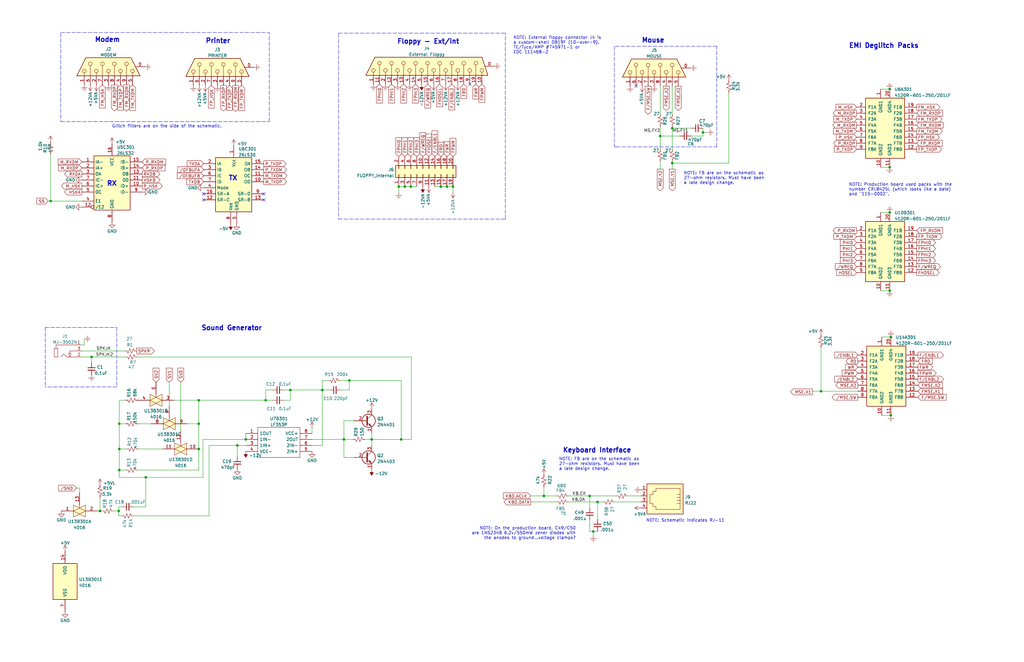
<source format=kicad_sch>
(kicad_sch (version 20211123) (generator eeschema)
  (paper "B")
  (title_block (title "Schematic, Main Logic Board, 128k") (date "2023-01-28") (rev "Redraw 001") (company "Apple Computer") (comment 1 "050-0073-C") (comment 2 "Release"))
  (junction (at 188.468 78.74))
  (junction (at 283.464 68.834))
  (junction (at 375.158 37.592))
  (junction (at 346.202 165.1))
  (junction (at 250.19 224.282))
  (junction (at 145.034 185.42))
  (junction (at 251.968 211.836))
  (junction (at 147.32 160.528))
  (junction (at 50.292 178.816))
  (junction (at 83.82 189.484))
  (junction (at 21.336 84.836))
  (junction (at 103.632 185.42))
  (junction (at 50.038 215.646))
  (junction (at 50.292 189.484))
  (junction (at 375.666 142.24))
  (junction (at 185.928 78.74))
  (junction (at 229.362 209.296))
  (junction (at 375.158 89.662))
  (junction (at 278.384 57.404))
  (junction (at 156.718 185.42))
  (junction (at 83.82 178.816))
  (junction (at 375.158 122.682))
  (junction (at 170.688 78.74))
  (junction (at 375.158 70.612))
  (junction (at 248.666 209.296))
  (junction (at 100.076 187.96))
  (junction (at 375.666 175.26))
  (junction (at 112.014 168.91))
  (junction (at 61.468 201.422))
  (junction (at 38.608 150.622))
  (junction (at 169.164 185.42))
  (junction (at 191.008 78.74))
  (junction (at 122.428 164.592))
  (junction (at 173.228 78.74))
  (junction (at 296.418 55.88))
  (junction (at 42.164 215.646))
  (junction (at 283.464 54.102))
  (junction (at 135.89 164.592))
  (junction (at 50.292 198.374))
  (junction (at 83.82 168.91))
  (junction (at 168.148 78.74))
  (no_connect (at 111.252 84.328))
  (no_connect (at 198.12 35.56))
  (no_connect (at 85.852 84.328))
  (no_connect (at 111.252 81.788))
  (no_connect (at 268.224 36.322))
  (no_connect (at 85.852 81.788))
  (wire (pts (xy 58.166 198.374) (xy 83.82 198.374)))
  (wire (pts (xy 173.482 185.42) (xy 169.164 185.42)))
  (wire (pts (xy 78.994 178.816) (xy 83.82 178.816)))
  (wire (pts (xy 50.292 189.484) (xy 50.292 198.374)))
  (wire (pts (xy 156.718 185.42) (xy 153.924 185.42)))
  (wire (pts (xy 83.82 168.91) (xy 83.82 178.816)))
  (wire (pts (xy 169.164 160.528) (xy 169.164 185.42)))
  (wire (pts (xy 149.098 177.546) (xy 145.034 177.546)))
  (wire (pts (xy 342.646 165.1) (xy 346.202 165.1)))
  (wire (pts (xy 147.32 164.592) (xy 147.32 160.528)))
  (wire (pts (xy 50.038 213.868) (xy 50.038 215.646)))
  (wire (pts (xy 50.292 178.816) (xy 50.292 189.484)))
  (polyline (pts (xy 142.748 92.456) (xy 213.106 92.456)))
  (wire (pts (xy 57.912 150.622) (xy 173.482 150.622)))
  (polyline (pts (xy 113.538 51.308) (xy 113.538 13.716)))
  (wire (pts (xy 371.348 70.612) (xy 375.158 70.612)))
  (wire (pts (xy 73.406 168.91) (xy 83.82 168.91)))
  (wire (pts (xy 83.82 189.484) (xy 83.82 198.374)))
  (wire (pts (xy 296.418 57.404) (xy 296.418 55.88)))
  (wire (pts (xy 21.336 84.836) (xy 34.544 84.836)))
  (wire (pts (xy 346.202 146.558) (xy 346.202 165.1)))
  (wire (pts (xy 223.774 209.296) (xy 229.362 209.296)))
  (wire (pts (xy 88.138 217.678) (xy 88.138 187.96)))
  (wire (pts (xy 346.202 165.1) (xy 361.696 165.1)))
  (wire (pts (xy 135.89 160.528) (xy 135.89 164.592)))
  (wire (pts (xy 32.258 205.994) (xy 33.528 205.994)))
  (wire (pts (xy 156.718 185.42) (xy 169.164 185.42)))
  (wire (pts (xy 283.464 36.322) (xy 283.464 48.26)))
  (wire (pts (xy 48.006 215.646) (xy 50.038 215.646)))
  (wire (pts (xy 51.308 213.868) (xy 50.038 213.868)))
  (polyline (pts (xy 25.654 13.716) (xy 113.538 13.716)))
  (wire (pts (xy 168.148 78.74) (xy 170.688 78.74)))
  (wire (pts (xy 50.292 201.422) (xy 61.468 201.422)))
  (wire (pts (xy 371.348 122.682) (xy 375.158 122.682)))
  (wire (pts (xy 296.418 55.88) (xy 296.418 54.102)))
  (wire (pts (xy 138.43 160.528) (xy 135.89 160.528)))
  (wire (pts (xy 85.598 185.42) (xy 85.598 201.422)))
  (wire (pts (xy 147.32 160.528) (xy 169.164 160.528)))
  (wire (pts (xy 53.086 168.91) (xy 50.292 168.91)))
  (wire (pts (xy 58.42 189.484) (xy 68.58 189.484)))
  (wire (pts (xy 103.632 185.42) (xy 85.598 185.42)))
  (wire (pts (xy 248.666 219.456) (xy 248.666 224.282)))
  (wire (pts (xy 88.138 187.96) (xy 100.076 187.96)))
  (polyline (pts (xy 49.276 163.322) (xy 19.05 163.322)))
  (wire (pts (xy 114.808 164.592) (xy 112.014 164.592)))
  (wire (pts (xy 170.688 78.74) (xy 173.228 78.74)))
  (wire (pts (xy 50.292 178.816) (xy 53.086 178.816)))
  (polyline (pts (xy 259.08 61.976) (xy 259.842 61.976)))
  (wire (pts (xy 85.598 201.422) (xy 61.468 201.422)))
  (wire (pts (xy 298.196 55.88) (xy 296.418 55.88)))
  (wire (pts (xy 50.292 168.91) (xy 50.292 178.816)))
  (polyline (pts (xy 142.748 13.97) (xy 213.106 13.97)))
  (wire (pts (xy 38.608 150.622) (xy 52.832 150.622)))
  (wire (pts (xy 131.572 180.594) (xy 131.572 182.88)))
  (wire (pts (xy 248.666 209.296) (xy 259.842 209.296)))
  (wire (pts (xy 135.89 187.96) (xy 131.572 187.96)))
  (wire (pts (xy 35.56 145.542) (xy 35.56 143.002)))
  (wire (pts (xy 259.334 211.836) (xy 270.256 211.836)))
  (wire (pts (xy 122.428 164.592) (xy 135.89 164.592)))
  (wire (pts (xy 239.776 211.836) (xy 251.968 211.836)))
  (wire (pts (xy 188.468 78.74) (xy 191.008 78.74)))
  (wire (pts (xy 50.038 215.646) (xy 50.038 217.678)))
  (wire (pts (xy 283.464 68.834) (xy 283.464 71.374)))
  (wire (pts (xy 119.888 168.91) (xy 122.428 168.91)))
  (wire (pts (xy 20.32 84.836) (xy 21.336 84.836)))
  (wire (pts (xy 307.34 39.116) (xy 307.34 68.834)))
  (wire (pts (xy 283.464 68.834) (xy 307.34 68.834)))
  (wire (pts (xy 278.384 68.072) (xy 278.384 71.374)))
  (polyline (pts (xy 302.26 19.558) (xy 259.08 19.558)))
  (wire (pts (xy 342.646 165.1) (xy 342.646 165.354)))
  (wire (pts (xy 283.464 68.072) (xy 283.464 68.834)))
  (polyline (pts (xy 259.842 61.976) (xy 302.26 61.976)))
  (wire (pts (xy 168.148 78.74) (xy 168.148 81.28)))
  (wire (pts (xy 122.428 168.91) (xy 122.428 164.592)))
  (wire (pts (xy 42.164 209.804) (xy 42.164 215.646)))
  (wire (pts (xy 250.19 226.06) (xy 250.19 224.282)))
  (wire (pts (xy 143.51 160.528) (xy 147.32 160.528)))
  (wire (pts (xy 41.148 215.646) (xy 42.164 215.646)))
  (wire (pts (xy 248.666 209.296) (xy 248.666 214.376)))
  (wire (pts (xy 42.164 215.646) (xy 42.926 215.646)))
  (wire (pts (xy 61.468 213.868) (xy 56.388 213.868)))
  (wire (pts (xy 34.544 145.542) (xy 35.56 145.542)))
  (polyline (pts (xy 213.106 92.456) (xy 213.106 13.97)))
  (wire (pts (xy 83.82 178.816) (xy 83.82 189.484)))
  (wire (pts (xy 278.384 57.404) (xy 278.384 62.992)))
  (wire (pts (xy 229.362 205.486) (xy 229.362 209.296)))
  (polyline (pts (xy 25.654 13.97) (xy 25.654 51.308)))
  (wire (pts (xy 149.098 193.04) (xy 145.034 193.04)))
  (wire (pts (xy 291.592 57.404) (xy 296.418 57.404)))
  (wire (pts (xy 371.856 142.24) (xy 375.666 142.24)))
  (wire (pts (xy 278.384 53.34) (xy 278.384 57.404)))
  (wire (pts (xy 223.774 211.836) (xy 234.696 211.836)))
  (wire (pts (xy 135.89 164.592) (xy 135.89 187.96)))
  (wire (pts (xy 50.038 217.678) (xy 51.308 217.678)))
  (wire (pts (xy 283.464 54.102) (xy 291.338 54.102)))
  (wire (pts (xy 34.544 148.082) (xy 52.578 148.082)))
  (wire (pts (xy 371.348 37.592) (xy 375.158 37.592)))
  (wire (pts (xy 34.544 150.622) (xy 38.608 150.622)))
  (wire (pts (xy 131.572 185.42) (xy 145.034 185.42)))
  (polyline (pts (xy 49.276 138.176) (xy 49.276 163.322)))
  (wire (pts (xy 112.014 168.91) (xy 114.808 168.91)))
  (wire (pts (xy 283.464 53.34) (xy 283.464 54.102)))
  (wire (pts (xy 112.014 164.592) (xy 112.014 168.91)))
  (wire (pts (xy 156.718 185.42) (xy 156.718 187.96)))
  (wire (pts (xy 239.776 209.296) (xy 248.666 209.296)))
  (polyline (pts (xy 25.654 51.308) (xy 113.538 51.308)))
  (wire (pts (xy 21.336 65.024) (xy 21.336 84.836)))
  (wire (pts (xy 103.632 182.88) (xy 103.632 185.42)))
  (wire (pts (xy 286.512 57.404) (xy 278.384 57.404)))
  (wire (pts (xy 156.718 182.626) (xy 156.718 185.42)))
  (wire (pts (xy 100.076 192.786) (xy 100.076 187.96)))
  (wire (pts (xy 173.482 150.622) (xy 173.482 185.42)))
  (wire (pts (xy 183.388 78.74) (xy 185.928 78.74)))
  (polyline (pts (xy 142.748 14.224) (xy 142.748 92.456)))
  (wire (pts (xy 100.076 187.96) (xy 103.632 187.96)))
  (wire (pts (xy 264.922 209.296) (xy 270.256 209.296)))
  (wire (pts (xy 191.008 78.74) (xy 191.008 81.026)))
  (wire (pts (xy 50.292 198.374) (xy 53.086 198.374)))
  (wire (pts (xy 371.348 89.662) (xy 375.158 89.662)))
  (wire (pts (xy 56.388 217.678) (xy 88.138 217.678)))
  (polyline (pts (xy 259.08 19.558) (xy 259.08 61.976)))
  (wire (pts (xy 33.528 205.994) (xy 33.528 208.026)))
  (polyline (pts (xy 302.26 61.976) (xy 302.26 19.558)))
  (wire (pts (xy 371.856 175.26) (xy 375.666 175.26)))
  (wire (pts (xy 251.968 211.836) (xy 251.968 219.202)))
  (wire (pts (xy 135.89 164.592) (xy 138.684 164.592)))
  (wire (pts (xy 173.228 78.74) (xy 175.768 78.74)))
  (wire (pts (xy 50.292 189.484) (xy 53.34 189.484)))
  (wire (pts (xy 119.888 164.592) (xy 122.428 164.592)))
  (wire (pts (xy 38.608 150.622) (xy 38.608 153.162)))
  (wire (pts (xy 71.374 161.29) (xy 71.374 171.196)))
  (wire (pts (xy 143.764 164.592) (xy 147.32 164.592)))
  (wire (pts (xy 145.034 185.42) (xy 148.844 185.42)))
  (wire (pts (xy 251.968 211.836) (xy 254.254 211.836)))
  (wire (pts (xy 50.292 198.374) (xy 50.292 201.422)))
  (wire (pts (xy 76.2 161.29) (xy 76.2 181.864)))
  (wire (pts (xy 58.166 178.816) (xy 63.754 178.816)))
  (wire (pts (xy 283.464 54.102) (xy 283.464 62.992)))
  (wire (pts (xy 250.19 224.282) (xy 251.968 224.282)))
  (polyline (pts (xy 19.05 138.176) (xy 49.276 138.176)))
  (wire (pts (xy 278.384 36.322) (xy 278.384 48.26)))
  (wire (pts (xy 83.82 168.91) (xy 112.014 168.91)))
  (wire (pts (xy 229.362 209.296) (xy 234.696 209.296)))
  (wire (pts (xy 185.928 78.74) (xy 188.468 78.74)))
  (wire (pts (xy 145.034 193.04) (xy 145.034 185.42)))
  (wire (pts (xy 145.034 177.546) (xy 145.034 185.42)))
  (polyline (pts (xy 19.05 138.176) (xy 19.05 163.322)))
  (wire (pts (xy 61.468 201.422) (xy 61.468 213.868)))
  (wire (pts (xy 248.666 224.282) (xy 250.19 224.282)))
  (text "Floppy - Ext/Int" (at 167.386 18.796 0) (effects (font (size 2.0066 2.0066) (thickness 0.4013) bold) (justify left bottom)))
  (text "NOTE: Production board used packs with the\nnumber CRL8425L (which looks like a date)\nand \"115-0002\"." (at 357.886 82.804 0) (effects (font (size 1.27 1.27)) (justify left bottom)))
  (text "Modem" (at 39.878 18.034 0) (effects (font (size 2.0066 2.0066) (thickness 0.4013) bold) (justify left bottom)))
  (text "RX" (at 44.958 78.74 0) (effects (font (size 2.0066 2.0066) (thickness 0.4013) bold) (justify left bottom)))
  (text "Keyboard Interface" (at 237.236 191.262 0) (effects (font (size 2.0066 2.0066) (thickness 0.4013) bold) (justify left bottom)))
  (text "Printer" (at 86.614 18.542 0) (effects (font (size 2.0066 2.0066) (thickness 0.4013) bold) (justify left bottom)))
  (text "NOTE: Schematic indicates RJ-11" (at 305.562 220.472 180) (effects (font (size 1.27 1.27)) (justify right bottom)))
  (text "NOTE: FB are on the schematic as\n27-ohm resistors. Must have been\na late design change." (at 288.29 77.978 0) (effects (font (size 1.27 1.27)) (justify left bottom)))
  (text "Glitch filters are on the side of the schematic." (at 47.244 54.102 0) (effects (font (size 1.27 1.27)) (justify left bottom)))
  (text "Sound Generator" (at 84.836 139.7 0) (effects (font (size 2.0066 2.0066) (thickness 0.4013) bold) (justify left bottom)))
  (text "NOTE: External floppy connector J4 is \na custom-shell DB19F (10-over-9).\nTE/Tyco/AMP #745971-1 or\nEDC 111468-2" (at 216.408 22.86 0) (effects (font (size 1.27 1.27)) (justify left bottom)))
  (text "NOTE: FB are on the schematic as\n27-ohm resistors. Must have been\na late design change." (at 235.712 198.628 0) (effects (font (size 1.27 1.27)) (justify left bottom)))
  (text "EMI Deglitch Packs" (at 357.886 20.574 0) (effects (font (size 2.0066 2.0066) (thickness 0.4013) bold) (justify left bottom)))
  (text "Mouse" (at 270.51 18.288 0) (effects (font (size 2.0066 2.0066) (thickness 0.4013) bold) (justify left bottom)))
  (text "TX" (at 96.266 76.454 0) (effects (font (size 2.0066 2.0066) (thickness 0.4013) bold) (justify left bottom)))
  (text "NOTE: On the production board, C49/C50\nare 1N5234B 6.2v/550mW zener diodes with\nthe anodes to ground...voltage clamps?" (at 242.824 227.838 180) (effects (font (size 1.27 1.27)) (justify right bottom)))
  (label "MS.FY2" (at 278.384 56.134 180))
  (label "KB.CK" (at 241.3 209.296 0))
  (label "SPKJK" (at 40.64 148.082 0))
  (label "SPKJK2" (at 40.386 150.622 0))
  (label "MS.FY1" (at 283.464 56.134 0))
  (label "KB.DA" (at 241.046 211.836 0))
  (global_label "FP_RXDM" (shape input) (at 386.588 97.282 0) (property "Intersheet References" "${INTERSHEET_REFS}" (effects hide)))
  (global_label "P_HSK" (shape input) (at 361.188 57.912 180) (property "Intersheet References" "${INTERSHEET_REFS}" (effects hide)))
  (global_label "S5" (shape input) (at 20.32 84.836 180) (property "Intersheet References" "${INTERSHEET_REFS}" (effects hide)))
  (global_label "M_TXDM" (shape output) (at 111.252 74.168 0) (property "Intersheet References" "${INTERSHEET_REFS}" (effects hide)))
  (global_label "{slash}SND" (shape input) (at 32.258 205.994 180) (property "Intersheet References" "${INTERSHEET_REFS}" (effects hide)))
  (global_label "FPHI3" (shape input) (at 175.26 35.56 270) (property "Intersheet References" "${INTERSHEET_REFS}" (effects hide)))
  (global_label "{slash}OFBUFA" (shape input) (at 85.852 71.628 180) (property "Intersheet References" "${INTERSHEET_REFS}" (effects hide)))
  (global_label "{slash}OFBUFB" (shape input) (at 85.852 74.168 180) (property "Intersheet References" "${INTERSHEET_REFS}" (effects hide)))
  (global_label "FPHI0" (shape output) (at 386.588 102.362 0) (property "Intersheet References" "${INTERSHEET_REFS}" (effects hide)))
  (global_label "FP_RXDP" (shape output) (at 94.234 36.068 270) (property "Intersheet References" "${INTERSHEET_REFS}" (effects hide)))
  (global_label "FP_TXDM" (shape input) (at 101.854 36.068 270) (property "Intersheet References" "${INTERSHEET_REFS}" (effects hide)))
  (global_label "F{slash}WREQ" (shape output) (at 386.588 112.522 0) (property "Intersheet References" "${INTERSHEET_REFS}" (effects hide)))
  (global_label "FPHI0" (shape input) (at 160.02 35.56 270) (property "Intersheet References" "${INTERSHEET_REFS}" (effects hide)))
  (global_label "HSKA" (shape output) (at 34.544 81.026 180) (property "Intersheet References" "${INTERSHEET_REFS}" (effects hide)))
  (global_label "MSE.X1" (shape output) (at 342.646 165.354 180) (property "Intersheet References" "${INTERSHEET_REFS}" (effects hide)))
  (global_label "FRD" (shape input) (at 387.096 152.4 0) (property "Intersheet References" "${INTERSHEET_REFS}" (effects hide)))
  (global_label "KBD.ACLK" (shape input) (at 223.774 209.296 180) (property "Intersheet References" "${INTERSHEET_REFS}" (effects hide)))
  (global_label "P_RXDP" (shape input) (at 59.944 70.866 0) (property "Intersheet References" "${INTERSHEET_REFS}" (effects hide)))
  (global_label "MSE.X2" (shape output) (at 361.696 162.56 180) (property "Intersheet References" "${INTERSHEET_REFS}" (effects hide)))
  (global_label "MSE.Y2" (shape output) (at 278.384 71.374 270) (property "Intersheet References" "${INTERSHEET_REFS}" (effects hide)))
  (global_label "RXDB" (shape output) (at 59.944 73.406 0) (property "Intersheet References" "${INTERSHEET_REFS}" (effects hide)))
  (global_label "P_HSK" (shape output) (at 59.944 78.486 0) (property "Intersheet References" "${INTERSHEET_REFS}" (effects hide)))
  (global_label "FPHI2" (shape output) (at 386.588 107.442 0) (property "Intersheet References" "${INTERSHEET_REFS}" (effects hide)))
  (global_label "FM_TXDM" (shape input) (at 55.88 35.814 270) (property "Intersheet References" "${INTERSHEET_REFS}" (effects hide)))
  (global_label "RXDA" (shape output) (at 34.544 73.406 180) (property "Intersheet References" "${INTERSHEET_REFS}" (effects hide)))
  (global_label "F{slash}ENBL1" (shape input) (at 183.388 66.04 90) (property "Intersheet References" "${INTERSHEET_REFS}" (effects hide)))
  (global_label "{slash}WREQ" (shape input) (at 361.188 112.522 180) (property "Intersheet References" "${INTERSHEET_REFS}" (effects hide)))
  (global_label "MSE.Y1" (shape output) (at 283.464 71.374 270) (property "Intersheet References" "${INTERSHEET_REFS}" (effects hide)))
  (global_label "FPWM" (shape input) (at 191.008 66.04 90) (property "Intersheet References" "${INTERSHEET_REFS}" (effects hide)))
  (global_label "FPWM" (shape output) (at 387.096 157.48 0) (property "Intersheet References" "${INTERSHEET_REFS}" (effects hide)))
  (global_label "FWR" (shape output) (at 387.096 154.94 0) (property "Intersheet References" "${INTERSHEET_REFS}" (effects hide)))
  (global_label "P_TXDP" (shape output) (at 111.252 69.088 0) (property "Intersheet References" "${INTERSHEET_REFS}" (effects hide)))
  (global_label "FHDSEL" (shape output) (at 386.588 115.062 0) (property "Intersheet References" "${INTERSHEET_REFS}" (effects hide)))
  (global_label "FM_TXDM" (shape output) (at 386.588 55.372 0) (property "Intersheet References" "${INTERSHEET_REFS}" (effects hide)))
  (global_label "P_TXDP" (shape input) (at 361.188 62.992 180) (property "Intersheet References" "${INTERSHEET_REFS}" (effects hide)))
  (global_label "PHI2" (shape input) (at 361.188 107.442 180) (property "Intersheet References" "${INTERSHEET_REFS}" (effects hide)))
  (global_label "M_RXDM" (shape output) (at 361.188 52.832 180) (property "Intersheet References" "${INTERSHEET_REFS}" (effects hide)))
  (global_label "PHI0" (shape input) (at 361.188 102.362 180) (property "Intersheet References" "${INTERSHEET_REFS}" (effects hide)))
  (global_label "P_RXDM" (shape output) (at 361.188 97.282 180) (property "Intersheet References" "${INTERSHEET_REFS}" (effects hide)))
  (global_label "F{slash}WREQ" (shape input) (at 178.308 66.04 90) (property "Intersheet References" "${INTERSHEET_REFS}" (effects hide)))
  (global_label "FPHI2" (shape input) (at 173.228 66.04 90) (property "Intersheet References" "${INTERSHEET_REFS}" (effects hide)))
  (global_label "FPHI1" (shape input) (at 170.688 66.04 90) (property "Intersheet References" "${INTERSHEET_REFS}" (effects hide)))
  (global_label "P_TXDM" (shape output) (at 111.252 71.628 0) (property "Intersheet References" "${INTERSHEET_REFS}" (effects hide)))
  (global_label "FP_RXDM" (shape output) (at 99.314 36.068 270) (property "Intersheet References" "${INTERSHEET_REFS}" (effects hide)))
  (global_label "FP_HSK" (shape output) (at 386.588 57.912 0) (property "Intersheet References" "${INTERSHEET_REFS}" (effects hide)))
  (global_label "F{slash}ENBL2" (shape output) (at 387.096 160.02 0) (property "Intersheet References" "${INTERSHEET_REFS}" (effects hide)))
  (global_label "FP_HSK" (shape input) (at 89.154 36.068 270) (property "Intersheet References" "${INTERSHEET_REFS}" (effects hide)))
  (global_label "FP_TXDP" (shape input) (at 96.774 36.068 270) (property "Intersheet References" "${INTERSHEET_REFS}" (effects hide)))
  (global_label "SV0" (shape input) (at 76.2 161.29 90) (property "Intersheet References" "${INTERSHEET_REFS}" (effects hide)))
  (global_label "FM_RXDM" (shape input) (at 386.588 52.832 0) (property "Intersheet References" "${INTERSHEET_REFS}" (effects hide)))
  (global_label "FMSE.X2" (shape output) (at 280.924 36.322 270) (property "Intersheet References" "${INTERSHEET_REFS}" (effects hide)))
  (global_label "M_TXDP" (shape input) (at 361.188 50.292 180) (property "Intersheet References" "${INTERSHEET_REFS}" (effects hide)))
  (global_label "FWR" (shape input) (at 200.66 35.56 270) (property "Intersheet References" "${INTERSHEET_REFS}" (effects hide)))
  (global_label "FM_TXDP" (shape output) (at 386.588 50.292 0) (property "Intersheet References" "${INTERSHEET_REFS}" (effects hide)))
  (global_label "FMSE.X2" (shape input) (at 387.096 162.56 0) (property "Intersheet References" "${INTERSHEET_REFS}" (effects hide)))
  (global_label "FHDSEL" (shape input) (at 185.42 35.56 270) (property "Intersheet References" "${INTERSHEET_REFS}" (effects hide)))
  (global_label "HDSEL" (shape input) (at 361.188 115.062 180) (property "Intersheet References" "${INTERSHEET_REFS}" (effects hide)))
  (global_label "M_TXDP" (shape output) (at 111.252 76.708 0) (property "Intersheet References" "${INTERSHEET_REFS}" (effects hide)))
  (global_label "PHI3" (shape input) (at 361.188 109.982 180) (property "Intersheet References" "${INTERSHEET_REFS}" (effects hide)))
  (global_label "{slash}MSE.SW" (shape output) (at 361.696 167.64 180) (property "Intersheet References" "${INTERSHEET_REFS}" (effects hide)))
  (global_label "FWR" (shape input) (at 188.468 66.04 90) (property "Intersheet References" "${INTERSHEET_REFS}" (effects hide)))
  (global_label "TXDB" (shape input) (at 85.852 76.708 180) (property "Intersheet References" "${INTERSHEET_REFS}" (effects hide)))
  (global_label "M_TXDM" (shape input) (at 361.188 55.372 180) (property "Intersheet References" "${INTERSHEET_REFS}" (effects hide)))
  (global_label "F{slash}MSE.SW" (shape input) (at 387.096 167.64 0) (property "Intersheet References" "${INTERSHEET_REFS}" (effects hide)))
  (global_label "FM_RXDP" (shape output) (at 48.26 35.814 270) (property "Intersheet References" "${INTERSHEET_REFS}" (effects hide)))
  (global_label "FP_TXDM" (shape output) (at 386.588 99.822 0) (property "Intersheet References" "${INTERSHEET_REFS}" (effects hide)))
  (global_label "SV2" (shape input) (at 65.786 161.29 90) (property "Intersheet References" "${INTERSHEET_REFS}" (effects hide)))
  (global_label "FPHI3" (shape output) (at 386.588 109.982 0) (property "Intersheet References" "${INTERSHEET_REFS}" (effects hide)))
  (global_label "WR" (shape input) (at 361.696 154.94 180) (property "Intersheet References" "${INTERSHEET_REFS}" (effects hide)))
  (global_label "FM_HSK" (shape input) (at 43.18 35.814 270) (property "Intersheet References" "${INTERSHEET_REFS}" (effects hide)))
  (global_label "F{slash}MSE.SW" (shape output) (at 273.304 36.322 270) (property "Intersheet References" "${INTERSHEET_REFS}" (effects hide)))
  (global_label "FRD" (shape input) (at 195.58 35.56 270) (property "Intersheet References" "${INTERSHEET_REFS}" (effects hide)))
  (global_label "FM_RXDM" (shape output) (at 53.34 35.814 270) (property "Intersheet References" "${INTERSHEET_REFS}" (effects hide)))
  (global_label "M_RXDM" (shape input) (at 34.544 68.326 180) (property "Intersheet References" "${INTERSHEET_REFS}" (effects hide)))
  (global_label "F{slash}ENBL1" (shape output) (at 387.096 149.86 0) (property "Intersheet References" "${INTERSHEET_REFS}" (effects hide)))
  (global_label "{slash}ENBL2" (shape input) (at 361.696 160.02 180) (property "Intersheet References" "${INTERSHEET_REFS}" (effects hide)))
  (global_label "FMSE.X1" (shape input) (at 387.096 165.1 0) (property "Intersheet References" "${INTERSHEET_REFS}" (effects hide)))
  (global_label "FPWM" (shape input) (at 203.2 35.56 270) (property "Intersheet References" "${INTERSHEET_REFS}" (effects hide)))
  (global_label "FMSE.X1" (shape output) (at 286.004 36.322 270) (property "Intersheet References" "${INTERSHEET_REFS}" (effects hide)))
  (global_label "FP_TXDP" (shape output) (at 386.588 62.992 0) (property "Intersheet References" "${INTERSHEET_REFS}" (effects hide)))
  (global_label "M_HSK" (shape output) (at 34.544 78.486 180) (property "Intersheet References" "${INTERSHEET_REFS}" (effects hide)))
  (global_label "M_RXDP" (shape input) (at 34.544 70.866 180) (property "Intersheet References" "${INTERSHEET_REFS}" (effects hide)))
  (global_label "SV1" (shape input) (at 71.374 161.29 90) (property "Intersheet References" "${INTERSHEET_REFS}" (effects hide)))
  (global_label "FHDSEL" (shape input) (at 180.848 66.04 90) (property "Intersheet References" "${INTERSHEET_REFS}" (effects hide)))
  (global_label "TXDA" (shape input) (at 85.852 69.088 180) (property "Intersheet References" "${INTERSHEET_REFS}" (effects hide)))
  (global_label "P_RXDM" (shape input) (at 59.944 68.326 0) (property "Intersheet References" "${INTERSHEET_REFS}" (effects hide)))
  (global_label "F{slash}WREQ" (shape input) (at 180.34 35.56 270) (property "Intersheet References" "${INTERSHEET_REFS}" (effects hide)))
  (global_label "FM_TXDP" (shape input) (at 50.8 35.814 270) (property "Intersheet References" "${INTERSHEET_REFS}" (effects hide)))
  (global_label "SPKR" (shape output) (at 57.658 148.082 0) (property "Intersheet References" "${INTERSHEET_REFS}" (effects hide)))
  (global_label "M_HSK" (shape input) (at 361.188 45.212 180) (property "Intersheet References" "${INTERSHEET_REFS}" (effects hide)))
  (global_label "HSKB" (shape output) (at 59.944 75.946 0) (property "Intersheet References" "${INTERSHEET_REFS}" (effects hide)))
  (global_label "FP_RXDP" (shape input) (at 386.588 60.452 0) (property "Intersheet References" "${INTERSHEET_REFS}" (effects hide)))
  (global_label "PHI1" (shape input) (at 361.188 104.902 180) (property "Intersheet References" "${INTERSHEET_REFS}" (effects hide)))
  (global_label "FM_RXDP" (shape input) (at 386.588 47.752 0) (property "Intersheet References" "${INTERSHEET_REFS}" (effects hide)))
  (global_label "KBD.DATA" (shape output) (at 223.774 211.836 180) (property "Intersheet References" "${INTERSHEET_REFS}" (effects hide)))
  (global_label "FPHI1" (shape output) (at 386.588 104.902 0) (property "Intersheet References" "${INTERSHEET_REFS}" (effects hide)))
  (global_label "FPHI2" (shape input) (at 170.18 35.56 270) (property "Intersheet References" "${INTERSHEET_REFS}" (effects hide)))
  (global_label "RD" (shape output) (at 361.696 152.4 180) (property "Intersheet References" "${INTERSHEET_REFS}" (effects hide)))
  (global_label "PWM" (shape input) (at 361.696 157.48 180) (property "Intersheet References" "${INTERSHEET_REFS}" (effects hide)))
  (global_label "FPHI0" (shape input) (at 168.148 66.04 90) (property "Intersheet References" "${INTERSHEET_REFS}" (effects hide)))
  (global_label "{slash}ENBL1" (shape input) (at 361.696 149.86 180) (property "Intersheet References" "${INTERSHEET_REFS}" (effects hide)))
  (global_label "M_RXDP" (shape output) (at 361.188 47.752 180) (property "Intersheet References" "${INTERSHEET_REFS}" (effects hide)))
  (global_label "FM_HSK" (shape output) (at 386.588 45.212 0) (property "Intersheet References" "${INTERSHEET_REFS}" (effects hide)))
  (global_label "P_RXDP" (shape output) (at 361.188 60.452 180) (property "Intersheet References" "${INTERSHEET_REFS}" (effects hide)))
  (global_label "FPHI3" (shape input) (at 175.768 66.04 90) (property "Intersheet References" "${INTERSHEET_REFS}" (effects hide)))
  (global_label "FPHI1" (shape input) (at 165.1 35.56 270) (property "Intersheet References" "${INTERSHEET_REFS}" (effects hide)))
  (global_label "FRD" (shape input) (at 185.928 66.04 90) (property "Intersheet References" "${INTERSHEET_REFS}" (effects hide)))
  (global_label "P_TXDM" (shape input) (at 361.188 99.822 180) (property "Intersheet References" "${INTERSHEET_REFS}" (effects hide)))
  (global_label "F{slash}ENBL2" (shape input) (at 190.5 35.56 270) (property "Intersheet References" "${INTERSHEET_REFS}" (effects hide)))
  (symbol (lib_id "Device:C_Small") (at 141.224 164.592 90) (unit 1)
    (property "Reference" "C10" (at 140.208 168.148 90) (effects (justify left)))
    (property "Value" "220pF" (at 146.812 168.148 90) (effects (justify left)))
    (property "Footprint" "Capacitor_THT:C_Axial_L3.8mm_D2.6mm_P7.50mm_Horizontal" (effects hide))
  )
  (symbol (lib_id "power:Earth") (at 81.534 36.068 0) (unit 1)
    (property "Reference" "#PWR0317" (effects hide))
    (property "Value" "Earth" (effects hide))
  )
  (symbol (lib_id "Connector:DB9_Female_MountingHoles") (at 275.844 28.702 90) (unit 1)
    (property "Reference" "J5" (at 275.844 21.1922 90))
    (property "Value" "MOUSE" (at 275.844 23.7291 90))
    (property "Footprint" "Connector_Dsub:DSUB-9_Female_Horizontal_P2.77x2.84mm_EdgePinOffset4.94mm_Housed_MountingHolesOffset7.48mm" (effects hide))
    (property "Datasheet" " ~" (effects hide))
  )
  (symbol (lib_id "power:+12VA") (at 193.04 35.56 180) (unit 1)
    (property "Reference" "#PWR0336" (effects hide))
    (property "Value" "+12VA" (at 193.04 44.958 90) (effects (justify right)))
  )
  (symbol (lib_id "power:Earth") (at 250.19 226.06 0) (unit 1)
    (property "Reference" "#PWR0341" (effects hide))
    (property "Value" "Earth" (effects hide))
  )
  (symbol (lib_id "Device:C_Small") (at 100.076 195.326 0) (unit 1)
    (property "Reference" "C19" (at 93.726 194.691 0) (effects (justify left)))
    (property "Value" "470pF" (at 93.091 197.231 0) (effects (justify left)))
    (property "Footprint" "Capacitor_THT:C_Axial_L3.8mm_D2.6mm_P7.50mm_Horizontal" (effects hide))
  )
  (symbol (lib_id "power:Earth") (at 375.158 122.682 0) (unit 1)
    (property "Reference" "#PWR0354" (effects hide))
    (property "Value" "Earth" (effects hide))
  )
  (symbol (lib_id "power:Earth") (at 38.608 158.242 0) (unit 1)
    (property "Reference" "#PWR0102" (effects hide))
    (property "Value" "Earth" (effects hide))
  )
  (symbol (lib_id "power:Earth") (at 35.56 35.814 0) (unit 1)
    (property "Reference" "#PWR0307" (effects hide))
    (property "Value" "Earth" (effects hide))
  )
  (symbol (lib_id "power:Earth") (at 375.666 142.24 180) (unit 1)
    (property "Reference" "#PWR0355" (effects hide))
    (property "Value" "Earth" (effects hide))
  )
  (symbol (lib_id "power:+12V") (at 156.718 172.466 0) (unit 1)
    (property "Reference" "#PWR0331" (effects hide))
    (property "Value" "+12V" (at 156.718 168.8902 0))
  )
  (symbol (lib_id "Device:R_Small_US") (at 53.848 217.678 270) (mirror x) (unit 1)
    (property "Reference" "R14" (at 55.118 222.758 0) (effects (justify left)))
    (property "Value" "47k" (at 52.578 222.758 0) (effects (justify left)))
    (property "Footprint" "Resistor_THT:R_Axial_DIN0207_L6.3mm_D2.5mm_P7.62mm_Horizontal" (effects hide))
  )
  (symbol (lib_id "Device:R_Small_US") (at 237.236 209.296 90) (mirror x) (unit 1)
    (property "Reference" "FB4" (at 238.252 207.01 90) (effects (justify left)))
    (property "Value" "680" (at 238.76 204.978 90) (effects (justify left)))
    (property "Footprint" "Resistor_THT:R_Axial_DIN0207_L6.3mm_D2.5mm_P7.62mm_Horizontal" (effects hide))
  )
  (symbol (lib_id "power:GND") (at 47.244 93.726 0) (unit 1)
    (property "Reference" "#PWR0314" (effects hide))
    (property "Value" "GND" (at 47.244 97.536 0))
  )
  (symbol (lib_id "power:Earth") (at 375.158 37.592 180) (unit 1)
    (property "Reference" "#PWR0351" (effects hide))
    (property "Value" "Earth" (effects hide))
  )
  (symbol (lib_id "power:-5V") (at 97.282 94.488 180) (unit 1)
    (property "Reference" "#PWR0322" (effects hide))
    (property "Value" "-5V" (at 92.202 96.52 0) (effects (justify right)))
  )
  (symbol (lib_id "Device:R_Small_US") (at 151.384 185.42 90) (mirror x) (unit 1)
    (property "Reference" "R29" (at 150.114 180.34 0) (effects (justify left)))
    (property "Value" "150" (at 152.654 180.34 0) (effects (justify left)))
    (property "Footprint" "Resistor_THT:R_Axial_DIN0207_L6.3mm_D2.5mm_P7.62mm_Horizontal" (effects hide))
  )
  (symbol (lib_id "power:GND") (at 99.822 94.488 0) (unit 1)
    (property "Reference" "#PWR0324" (effects hide))
    (property "Value" "GND" (at 99.822 98.298 0))
  )
  (symbol (lib_id "Device:R_Small_US") (at 346.202 144.018 0) (mirror y) (unit 1)
    (property "Reference" "R25" (at 348.234 145.542 90) (effects (justify left)))
    (property "Value" "3.3k" (at 350.012 146.05 90) (effects (justify left)))
    (property "Footprint" "Resistor_THT:R_Axial_DIN0207_L6.3mm_D2.5mm_P7.62mm_Horizontal" (effects hide))
  )
  (symbol (lib_id "power:GND") (at 34.544 87.376 270) (unit 1)
    (property "Reference" "#PWR0306" (effects hide))
    (property "Value" "GND" (at 29.718 87.376 90))
  )
  (symbol (lib_id "Device:R_Small_US") (at 307.34 36.576 0) (mirror y) (unit 1)
    (property "Reference" "R24" (at 309.372 38.1 90) (effects (justify left)))
    (property "Value" "3.3k" (at 311.15 38.608 90) (effects (justify left)))
    (property "Footprint" "Resistor_THT:R_Axial_DIN0207_L6.3mm_D2.5mm_P7.62mm_Horizontal" (effects hide))
  )
  (symbol (lib_id "power:+12VA") (at 187.96 35.56 180) (unit 1)
    (property "Reference" "#PWR0360" (effects hide))
    (property "Value" "+12VA" (at 187.96 44.958 90) (effects (justify right)))
  )
  (symbol (lib_id "power:Earth") (at 106.934 28.448 90) (unit 1)
    (property "Reference" "#PWR0327" (effects hide))
    (property "Value" "Earth" (effects hide))
  )
  (symbol (lib_id "power:+5VL") (at 42.164 204.724 0) (unit 1)
    (property "Reference" "#PWR0310" (effects hide))
    (property "Value" "+5VL" (at 43.561 203.8878 0) (effects (justify left)))
  )
  (symbol (lib_id "power:+5V") (at 346.202 141.478 0) (unit 1)
    (property "Reference" "#PWR0350" (effects hide))
    (property "Value" "+5V" (at 344.805 139.7742 0) (effects (justify right)))
  )
  (symbol (lib_id "power:+12VA") (at 84.074 36.068 180) (unit 1)
    (property "Reference" "#PWR0318" (effects hide))
    (property "Value" "+12VA" (at 84.074 45.466 90) (effects (justify right)))
  )
  (symbol (lib_id "Device:R_Small_US") (at 237.236 211.836 90) (mirror x) (unit 1)
    (property "Reference" "FB5" (at 238.252 214.63 90) (effects (justify left)))
    (property "Value" "75" (at 238.76 216.662 90) (effects (justify left)))
    (property "Footprint" "Resistor_THT:R_Axial_DIN0207_L6.3mm_D2.5mm_P7.62mm_Horizontal" (effects hide))
  )
  (symbol (lib_id "power:Earth") (at 157.48 35.56 0) (unit 1)
    (property "Reference" "#PWR0330" (effects hide))
    (property "Value" "Earth" (effects hide))
  )
  (symbol (lib_id "Device:R_Small_US") (at 278.384 50.8 0) (mirror x) (unit 1)
    (property "Reference" "R26" (at 280.416 49.022 90) (effects (justify left)))
    (property "Value" "27" (at 275.59 48.006 0) (effects (justify left)))
    (property "Footprint" "Resistor_THT:R_Axial_DIN0207_L6.3mm_D2.5mm_P7.62mm_Horizontal" (effects hide))
  )
  (symbol (lib_id "MJ-3502N:MJ-3502N") (at 34.544 145.542 0) (mirror y) (unit 1)
    (property "Reference" "J1" (at 27.432 141.893 0))
    (property "Value" "MJ-3502N" (at 27.432 144.4299 0))
    (property "Footprint" "CUI:MJ3502N" (effects hide))
    (property "Datasheet" "https://www.cui.com/product/resource/mj-3502n.pdf" (effects hide))
    (property "Description" "Phone Connectors Audio Jacks" (effects hide))
    (property "Height" "11.3" (effects hide))
    (property "Mouser Part Number" "490-MJ-3502N" (effects hide))
    (property "Mouser Price/Stock" "https://www.mouser.co.uk/ProductDetail/CUI-Devices/MJ-3502N?qs=WyjlAZoYn51%252Bghx31AcijA%3D%3D" (effects hide))
    (property "Manufacturer_Name" "CUI Inc." (effects hide))
    (property "Manufacturer_Part_Number" "MJ-3502N" (effects hide))
  )
  (symbol (lib_id "Device:R_Small_US") (at 21.336 62.484 0) (mirror y) (unit 1)
    (property "Reference" "R10" (at 19.05 64.516 90) (effects (justify left)))
    (property "Value" "1.0k" (at 17.018 63.754 90) (effects (justify left)))
    (property "Footprint" "Resistor_THT:R_Axial_DIN0207_L6.3mm_D2.5mm_P7.62mm_Horizontal" (effects hide))
  )
  (symbol (lib_id "Device:R_Small_US") (at 55.88 189.484 90) (mirror x) (unit 1)
    (property "Reference" "R12" (at 54.61 184.404 0) (effects (justify left)))
    (property "Value" "470k" (at 57.15 184.404 0) (effects (justify left)))
    (property "Footprint" "Resistor_THT:R_Axial_DIN0207_L6.3mm_D2.5mm_P7.62mm_Horizontal" (effects hide))
  )
  (symbol (lib_id "Device:C_Small") (at 293.878 54.102 90) (unit 1)
    (property "Reference" "C7" (at 297.434 51.054 90) (effects (justify left)))
    (property "Value" "470pF" (at 300.99 52.832 90) (effects (justify left)))
    (property "Footprint" "Capacitor_THT:C_Axial_L3.8mm_D2.6mm_P7.50mm_Horizontal" (effects hide))
  )
  (symbol (lib_id "Device:R_Small_US") (at 55.626 198.374 90) (mirror x) (unit 1)
    (property "Reference" "R13" (at 54.356 193.294 0) (effects (justify left)))
    (property "Value" "470k" (at 56.896 193.294 0) (effects (justify left)))
    (property "Footprint" "Resistor_THT:R_Axial_DIN0207_L6.3mm_D2.5mm_P7.62mm_Horizontal" (effects hide))
  )
  (symbol (lib_id "Connector_Generic:Conn_02x10_Odd_Even") (at 178.308 73.66 90) (unit 1)
    (property "Reference" "J6" (at 166.116 71.5553 90) (effects (justify left)))
    (property "Value" "FLOPPY_Internal" (at 166.116 74.0922 90) (effects (justify left)))
    (property "Footprint" "Connector_IDC:IDC-Header_2x10_P2.54mm_Vertical" (effects hide))
  )
  (symbol (lib_id "power:Earth") (at 375.158 70.612 0) (unit 1)
    (property "Reference" "#PWR0352" (effects hide))
    (property "Value" "Earth" (effects hide))
  )
  (symbol (lib_id "Device:C_Small") (at 53.848 213.868 90) (unit 1)
    (property "Reference" "C18" (at 52.324 211.836 90) (effects (justify left)))
    (property "Value" ".001uF" (at 61.468 211.836 90) (effects (justify left)))
    (property "Footprint" "Capacitor_THT:C_Axial_L3.8mm_D2.6mm_P7.50mm_Horizontal" (effects hide))
  )
  (symbol (lib_id "Device:C_Small") (at 251.968 221.742 0) (unit 1)
    (property "Reference" "C50" (at 254.254 220.98 0) (effects (justify left)))
    (property "Value" ".001u" (at 253.238 223.52 0) (effects (justify left)))
    (property "Footprint" "Capacitor_THT:C_Axial_L3.8mm_D2.6mm_P7.50mm_Horizontal" (effects hide))
  )
  (symbol (lib_id "power:-12VA") (at 177.8 35.56 180) (unit 1)
    (property "Reference" "#PWR0333" (effects hide))
    (property "Value" "-12VA" (at 177.8 44.958 90) (effects (justify right)))
  )
  (symbol (lib_id "power:+12VA") (at 38.1 35.814 180) (unit 1)
    (property "Reference" "#PWR0308" (effects hide))
    (property "Value" "+12VA" (at 38.1 45.212 90) (effects (justify right)))
  )
  (symbol (lib_id "power:Earth") (at 298.196 55.88 90) (unit 1)
    (property "Reference" "#PWR0348" (effects hide))
    (property "Value" "Earth" (effects hide))
  )
  (symbol (lib_id "power:Earth") (at 265.684 36.322 0) (unit 1)
    (property "Reference" "#PWR0342" (effects hide))
    (property "Value" "Earth" (effects hide))
  )
  (symbol (lib_id "LF353P:LF353P") (at 103.632 182.88 0) (unit 1)
    (property "Reference" "U7B301" (at 117.602 176.691 0))
    (property "Value" "LF353P" (at 117.602 179.2279 0))
    (property "Footprint" "Package_DIP:DIP-8_W7.62mm_Socket_LongPads" (effects hide))
    (property "Datasheet" "http://www.ti.com/lit/ds/symlink/lf353.pdf" (effects hide))
    (property "Description" "Dual General-Purpose JFET-input Operational Amplifier" (effects hide))
    (property "Height" "5.08" (effects hide))
    (property "Mouser Part Number" "595-LF353P" (effects hide))
    (property "Mouser Price/Stock" "https://www.mouser.co.uk/ProductDetail/Texas-Instruments/LF353P?qs=EIjG%252BN7kn%252BnHJN43AgArjw%3D%3D" (effects hide))
    (property "Manufacturer_Name" "Texas Instruments" (effects hide))
    (property "Manufacturer_Part_Number" "LF353P" (effects hide))
  )
  (symbol (lib_id "Device:C_Small") (at 38.608 155.702 0) (unit 1)
    (property "Reference" "C1" (at 40.894 154.94 0) (effects (justify left)))
    (property "Value" "0.1uF" (at 39.878 157.48 0) (effects (justify left)))
    (property "Footprint" "Capacitor_THT:C_Axial_L3.8mm_D2.6mm_P7.50mm_Horizontal" (effects hide))
  )
  (symbol (lib_id "power:+5V") (at 98.552 61.468 0) (unit 1)
    (property "Reference" "#PWR0323" (effects hide))
    (property "Value" "+5V" (at 99.949 60.6318 0) (effects (justify left)))
  )
  (symbol (lib_id "power:+5VA") (at 180.848 78.74 180) (unit 1)
    (property "Reference" "#PWR0338" (effects hide))
    (property "Value" "+5VA" (at 180.594 86.868 90) (effects (justify right)))
  )
  (symbol (lib_id "power:Earth") (at 375.666 175.26 0) (unit 1)
    (property "Reference" "#PWR0356" (effects hide))
    (property "Value" "Earth" (effects hide))
  )
  (symbol (lib_id "Device:R_Small_US") (at 45.466 215.646 90) (mirror x) (unit 1)
    (property "Reference" "R18" (at 44.196 210.566 0) (effects (justify left)))
    (property "Value" "47k" (at 46.736 210.566 0) (effects (justify left)))
    (property "Footprint" "Resistor_THT:R_Axial_DIN0207_L6.3mm_D2.5mm_P7.62mm_Horizontal" (effects hide))
  )
  (symbol (lib_id "Transistor_BJT:2N3904") (at 154.178 177.546 0) (unit 1)
    (property "Reference" "Q3" (at 159.0294 176.7113 0) (effects (justify left)))
    (property "Value" "2N4401" (at 159.0294 179.2482 0) (effects (justify left)))
    (property "Footprint" "Package_TO_SOT_THT:TO-92_Inline" (effects hide))
    (property "Datasheet" "https://www.onsemi.com/pub/Collateral/2N3903-D.PDF" (effects hide))
  )
  (symbol (lib_id "Device:R_Small_US") (at 278.384 65.532 0) (mirror x) (unit 1)
    (property "Reference" "FB1" (at 280.416 63.754 90) (effects (justify left)))
    (property "Value" "27" (at 275.336 63.5 0) (effects (justify left)))
    (property "Footprint" "Resistor_THT:R_Axial_DIN0207_L6.3mm_D2.5mm_P7.62mm_Horizontal" (effects hide))
  )
  (symbol (lib_id "Device:R_Small_US") (at 229.362 202.946 0) (mirror y) (unit 1)
    (property "Reference" "R22" (at 231.902 204.47 90) (effects (justify left)))
    (property "Value" "47k" (at 226.822 204.47 90) (effects (justify left)))
    (property "Footprint" "Resistor_THT:R_Axial_DIN0207_L6.3mm_D2.5mm_P7.62mm_Horizontal" (effects hide))
  )
  (symbol (lib_id "power:Earth") (at 208.28 27.94 90) (unit 1)
    (property "Reference" "#PWR0361" (effects hide))
    (property "Value" "Earth" (effects hide))
  )
  (symbol (lib_id "power:Earth") (at 167.64 35.56 0) (unit 1)
    (property "Reference" "#PWR0358" (effects hide))
    (property "Value" "Earth" (effects hide))
  )
  (symbol (lib_id "power:+5VA") (at 270.764 36.322 180) (unit 1)
    (property "Reference" "#PWR0345" (effects hide))
    (property "Value" "+5VA" (at 270.51 44.45 90) (effects (justify right)))
  )
  (symbol (lib_id "Connector:DB9_Female_MountingHoles") (at 45.72 28.194 90) (unit 1)
    (property "Reference" "J2" (at 45.72 20.6842 90))
    (property "Value" "MODEM" (at 45.72 23.2211 90))
    (property "Footprint" "Connector_Dsub:DSUB-9_Female_Horizontal_P2.77x2.84mm_EdgePinOffset4.94mm_Housed_MountingHolesOffset7.48mm" (effects hide))
    (property "Datasheet" " ~" (effects hide))
  )
  (symbol (lib_id "power:GND") (at 131.572 190.5 0) (unit 1)
    (property "Reference" "#PWR0329" (effects hide))
    (property "Value" "GND" (at 131.572 194.31 0))
  )
  (symbol (lib_id "RAC_Custom2:4120R-601-250{slash}201LF") (at 373.888 55.372 0) (unit 1)
    (property "Reference" "U6A301" (at 377.1774 37.7022 0) (effects (justify left)))
    (property "Value" "4120R-601-250/201LF" (at 377.1774 40.2391 0) (effects (justify left)))
    (property "Footprint" "Package_DIP:DIP-20_W7.62mm_Socket_LongPads" (effects hide))
  )
  (symbol (lib_id "Device:C_Small") (at 117.348 164.592 90) (unit 1)
    (property "Reference" "C12" (at 116.078 162.052 90) (effects (justify left)))
    (property "Value" "0.1uF" (at 122.936 162.052 90) (effects (justify left)))
    (property "Footprint" "Capacitor_THT:C_Axial_L3.8mm_D2.6mm_P7.50mm_Horizontal" (effects hide))
  )
  (symbol (lib_id "Device:R_Small_US") (at 42.164 207.264 0) (mirror y) (unit 1)
    (property "Reference" "R19" (at 47.244 205.994 0) (effects (justify left)))
    (property "Value" "3.3k" (at 47.244 208.534 0) (effects (justify left)))
    (property "Footprint" "Resistor_THT:R_Axial_DIN0207_L6.3mm_D2.5mm_P7.62mm_Horizontal" (effects hide))
  )
  (symbol (lib_id "Device:C_Small") (at 248.666 216.916 0) (unit 1)
    (property "Reference" "C49" (at 242.316 216.281 0) (effects (justify left)))
    (property "Value" ".001u" (at 241.681 218.821 0) (effects (justify left)))
    (property "Footprint" "Capacitor_THT:C_Axial_L3.8mm_D2.6mm_P7.50mm_Horizontal" (effects hide))
  )
  (symbol (lib_id "Device:R_Small_US") (at 262.382 209.296 90) (mirror x) (unit 1)
    (property "Reference" "R37" (at 261.112 204.216 0) (effects (justify left)))
    (property "Value" "27" (at 263.652 204.216 0) (effects (justify left)))
    (property "Footprint" "Resistor_THT:R_Axial_DIN0207_L6.3mm_D2.5mm_P7.62mm_Horizontal" (effects hide))
  )
  (symbol (lib_id "power:GND") (at 27.432 258.064 0) (unit 1)
    (property "Reference" "#PWR0304" (effects hide))
    (property "Value" "GND" (at 27.432 261.874 0))
  )
  (symbol (lib_id "power:+5V") (at 47.244 60.706 0) (unit 1)
    (property "Reference" "#PWR0313" (effects hide))
    (property "Value" "+5V" (at 48.641 59.8698 0) (effects (justify left)))
  )
  (symbol (lib_id "power:+12V") (at 131.572 180.594 0) (unit 1)
    (property "Reference" "#PWR0328" (effects hide))
    (property "Value" "+12V" (at 131.572 177.0182 0))
  )
  (symbol (lib_id "power:Earth") (at 375.158 89.662 180) (unit 1)
    (property "Reference" "#PWR0353" (effects hide))
    (property "Value" "Earth" (effects hide))
  )
  (symbol (lib_id "power:GND") (at 59.944 81.026 90) (unit 1)
    (property "Reference" "#PWR0315" (effects hide))
    (property "Value" "GND" (at 64.516 81.026 90))
  )
  (symbol (lib_id "4xxx:4016") (at 33.528 215.646 0) (unit 1)
    (property "Reference" "U13B301" (at 33.528 220.0894 0))
    (property "Value" "4016" (at 33.528 222.6263 0))
    (property "Footprint" "Package_DIP:DIP-14_W7.62mm_Socket_LongPads" (effects hide))
    (property "Datasheet" "http://www.ti.com/lit/ds/symlink/cd4016b.pdf" (effects hide))
  )
  (symbol (lib_id "power:+5VA") (at 86.614 36.068 180) (unit 1)
    (property "Reference" "#PWR0320" (effects hide))
    (property "Value" "+5VA" (at 86.36 44.196 90) (effects (justify right)))
  )
  (symbol (lib_id "RAC_Custom2:DB19_Female_MountingHoles") (at 187.96 27.94 90) (unit 1)
    (property "Reference" "J4" (at 180.0225 20.4302 90))
    (property "Value" "External Floppy" (at 180.0225 22.9671 90))
    (property "Footprint" "RAC_Custom:DSUB-19_Female_Horizontal_P2.77x2.84mm_EdgePinOffset7.70mm_Housed_MountingHolesOffset9.12mm" (effects hide))
    (property "Datasheet" " ~" (effects hide))
  )
  (symbol (lib_id "power:+5V") (at 27.432 232.664 0) (unit 1)
    (property "Reference" "#PWR0303" (effects hide))
    (property "Value" "+5V" (at 27.432 229.0882 0))
  )
  (symbol (lib_id "power:GND") (at 34.544 75.946 270) (unit 1)
    (property "Reference" "#PWR0305" (effects hide))
    (property "Value" "GND" (at 29.718 75.946 90))
  )
  (symbol (lib_id "power:Earth") (at 291.084 28.702 90) (unit 1)
    (property "Reference" "#PWR0347" (effects hide))
    (property "Value" "Earth" (effects hide))
  )
  (symbol (lib_id "4xxx:4016") (at 71.374 178.816 0) (unit 3)
    (property "Reference" "U13B301" (at 71.374 183.2594 0))
    (property "Value" "4016" (at 71.374 185.7963 0))
    (property "Footprint" "Package_DIP:DIP-14_W7.62mm_Socket_LongPads" (effects hide))
    (property "Datasheet" "http://www.ti.com/lit/ds/symlink/cd4016b.pdf" (effects hide))
  )
  (symbol (lib_id "RAC_Custom2:4120R-601-250{slash}201LF") (at 374.396 160.02 0) (unit 1)
    (property "Reference" "U14A301" (at 377.6854 142.3502 0) (effects (justify left)))
    (property "Value" "4120R-601-250/201LF" (at 377.6854 144.8871 0) (effects (justify left)))
    (property "Footprint" "Package_DIP:DIP-20_W7.62mm_Socket_LongPads" (effects hide))
  )
  (symbol (lib_id "RAC_Custom2:26LS30") (at 98.552 77.978 0) (unit 1)
    (property "Reference" "U6C301" (at 100.5714 62.8482 0) (effects (justify left)))
    (property "Value" "26LS30" (at 100.5714 65.3851 0) (effects (justify left)))
    (property "Footprint" "Package_DIP:DIP-16_W7.62mm_Socket_LongPads" (effects hide))
  )
  (symbol (lib_id "power:+5V") (at 307.34 34.036 0) (unit 1)
    (property "Reference" "#PWR0349" (effects hide))
    (property "Value" "+5V" (at 305.943 32.3322 0) (effects (justify right)))
  )
  (symbol (lib_id "RAC_Custom2:4120R-601-250{slash}201LF") (at 373.888 107.442 0) (unit 1)
    (property "Reference" "U10B301" (at 377.1774 89.7722 0) (effects (justify left)))
    (property "Value" "4120R-601-250/201LF" (at 377.1774 92.3091 0) (effects (justify left)))
    (property "Footprint" "Package_DIP:DIP-20_W7.62mm_Socket_LongPads" (effects hide))
  )
  (symbol (lib_id "power:Earth") (at 91.694 36.068 0) (unit 1)
    (property "Reference" "#PWR0321" (effects hide))
    (property "Value" "Earth" (effects hide))
  )
  (symbol (lib_id "power:-12VA") (at 178.308 78.74 180) (unit 1)
    (property "Reference" "#PWR0337" (effects hide))
    (property "Value" "-12VA" (at 178.308 88.138 90) (effects (justify right)))
  )
  (symbol (lib_id "Device:R_Small_US") (at 55.372 150.622 90) (mirror x) (unit 1)
    (property "Reference" "R7" (at 57.404 152.908 90) (effects (justify left)))
    (property "Value" "47" (at 56.642 154.94 90) (effects (justify left)))
    (property "Footprint" "Resistor_THT:R_Axial_DIN0207_L6.3mm_D2.5mm_P7.62mm_Horizontal" (effects hide))
  )
  (symbol (lib_id "Device:R_Small_US") (at 140.97 160.528 90) (mirror x) (unit 1)
    (property "Reference" "R15" (at 140.716 157.988 90) (effects (justify left)))
    (property "Value" "200k" (at 146.812 157.988 90) (effects (justify left)))
    (property "Footprint" "Resistor_THT:R_Axial_DIN0207_L6.3mm_D2.5mm_P7.62mm_Horizontal" (effects hide))
  )
  (symbol (lib_id "power:+5VA") (at 270.256 214.376 90) (unit 1)
    (property "Reference" "#PWR0344" (effects hide))
    (property "Value" "+5VA" (at 267.208 216.916 90) (effects (justify right)))
  )
  (symbol (lib_id "power:+5V") (at 21.336 59.944 0) (unit 1)
    (property "Reference" "#PWR0301" (effects hide))
    (property "Value" "+5V" (at 20.9022 60.579 90) (effects (justify right)))
  )
  (symbol (lib_id "power:Earth") (at 172.72 35.56 0) (unit 1)
    (property "Reference" "#PWR0359" (effects hide))
    (property "Value" "Earth" (effects hide))
  )
  (symbol (lib_id "power:GND") (at 25.908 215.646 0) (unit 1)
    (property "Reference" "#PWR0302" (effects hide))
    (property "Value" "GND" (at 25.908 219.456 0))
  )
  (symbol (lib_id "power:Earth") (at 168.148 81.28 0) (unit 1)
    (property "Reference" "#PWR0334" (effects hide))
    (property "Value" "Earth" (effects hide))
  )
  (symbol (lib_id "Device:R_Small_US") (at 256.794 211.836 90) (mirror x) (unit 1)
    (property "Reference" "R38" (at 255.778 213.868 0) (effects (justify left)))
    (property "Value" "27" (at 258.318 213.614 0) (effects (justify left)))
    (property "Footprint" "Resistor_THT:R_Axial_DIN0207_L6.3mm_D2.5mm_P7.62mm_Horizontal" (effects hide))
  )
  (symbol (lib_id "Transistor_BJT:2N3906") (at 154.178 193.04 0) (unit 1)
    (property "Reference" "Q2" (at 159.0294 192.2053 0) (effects (justify left)))
    (property "Value" "2N4403" (at 159.0294 194.7422 0) (effects (justify left)))
    (property "Footprint" "Package_TO_SOT_THT:TO-92_Inline" (effects hide))
    (property "Datasheet" "https://www.onsemi.com/pub/Collateral/2N3906-D.PDF" (effects hide))
  )
  (symbol (lib_id "RAC_Custom2:26LS32") (at 47.244 77.216 0) (unit 1)
    (property "Reference" "U5C301" (at 49.2634 62.0862 0) (effects (justify left)))
    (property "Value" "26LS32" (at 49.2634 64.6231 0) (effects (justify left)))
    (property "Footprint" "Package_DIP:DIP-16_W7.62mm_Socket_LongPads" (effects hide))
  )
  (symbol (lib_id "Connector:RJ22") (at 280.416 209.296 180) (unit 1)
    (property "Reference" "J9" (at 288.798 209.7313 0) (effects (justify right)))
    (property "Value" "RJ22" (at 288.798 212.2682 0) (effects (justify right)))
    (property "Footprint" "TE Connectivity:55559801" (effects hide))
  )
  (symbol (lib_id "power:Earth") (at 275.844 36.322 0) (unit 1)
    (property "Reference" "#PWR0346" (effects hide))
    (property "Value" "Earth" (effects hide))
  )
  (symbol (lib_id "Device:C_Small") (at 289.052 57.404 90) (unit 1)
    (property "Reference" "C6" (at 292.608 60.706 90) (effects (justify left)))
    (property "Value" "470pF" (at 296.164 58.928 90) (effects (justify left)))
    (property "Footprint" "Capacitor_THT:C_Axial_L3.8mm_D2.6mm_P7.50mm_Horizontal" (effects hide))
  )
  (symbol (lib_id "power:+5V") (at 229.362 200.406 0) (unit 1)
    (property "Reference" "#PWR0340" (effects hide))
    (property "Value" "+5V" (at 229.362 197.866 90) (effects (justify left)))
  )
  (symbol (lib_id "Device:R_Small_US") (at 283.464 65.532 0) (mirror x) (unit 1)
    (property "Reference" "FB2" (at 285.496 63.754 90) (effects (justify left)))
    (property "Value" "27" (at 280.416 63.5 0) (effects (justify left)))
    (property "Footprint" "Resistor_THT:R_Axial_DIN0207_L6.3mm_D2.5mm_P7.62mm_Horizontal" (effects hide))
  )
  (symbol (lib_id "power:Earth") (at 162.56 35.56 0) (unit 1)
    (property "Reference" "#PWR0357" (effects hide))
    (property "Value" "Earth" (effects hide))
  )
  (symbol (lib_id "Device:C_Small") (at 117.348 168.91 90) (unit 1)
    (property "Reference" "C11" (at 116.332 172.466 90) (effects (justify left)))
    (property "Value" "0.1uF" (at 122.936 172.466 90) (effects (justify left)))
    (property "Footprint" "Capacitor_THT:C_Axial_L3.8mm_D2.6mm_P7.50mm_Horizontal" (effects hide))
  )
  (symbol (lib_id "power:+12VA") (at 191.008 81.026 180) (unit 1)
    (property "Reference" "#PWR0339" (effects hide))
    (property "Value" "+12VA" (at 191.008 90.424 90) (effects (justify right)))
  )
  (symbol (lib_id "power:Earth") (at 45.72 35.814 0) (unit 1)
    (property "Reference" "#PWR0312" (effects hide))
    (property "Value" "Earth" (effects hide))
  )
  (symbol (lib_id "power:-12V") (at 156.718 198.12 180) (unit 1)
    (property "Reference" "#PWR0332" (effects hide))
    (property "Value" "-12V" (at 158.115 199.8238 0) (effects (justify right)))
  )
  (symbol (lib_id "4xxx:4016") (at 27.432 245.364 0) (unit 5)
    (property "Reference" "U13B301" (at 33.274 244.5293 0) (effects (justify left)))
    (property "Value" "4016" (at 33.274 247.0662 0) (effects (justify left)))
    (property "Footprint" "Package_DIP:DIP-14_W7.62mm_Socket_LongPads" (effects hide))
    (property "Datasheet" "http://www.ti.com/lit/ds/symlink/cd4016b.pdf" (effects hide))
  )
  (symbol (lib_id "power:GND") (at 100.076 197.866 0) (unit 1)
    (property "Reference" "#PWR0325" (effects hide))
    (property "Value" "GND" (at 100.076 201.676 0))
  )
  (symbol (lib_id "power:Earth") (at 60.96 28.194 90) (unit 1)
    (property "Reference" "#PWR0316" (effects hide))
    (property "Value" "Earth" (effects hide))
  )
  (symbol (lib_id "Device:R_Small_US") (at 55.118 148.082 90) (mirror x) (unit 1)
    (property "Reference" "R1" (at 56.134 145.542 90) (effects (justify left)))
    (property "Value" "27" (at 55.88 143.002 90) (effects (justify left)))
    (property "Footprint" "Resistor_THT:R_Axial_DIN0207_L6.3mm_D2.5mm_P7.62mm_Horizontal" (effects hide))
  )
  (symbol (lib_id "power:GND") (at 85.852 79.248 270) (unit 1)
    (property "Reference" "#PWR0319" (effects hide))
    (property "Value" "GND" (at 81.28 79.248 90))
  )
  (symbol (lib_id "4xxx:4016") (at 65.786 168.91 0) (unit 2)
    (property "Reference" "U13B301" (at 65.786 173.3534 0))
    (property "Value" "4016" (at 65.786 175.8903 0))
    (property "Footprint" "Package_DIP:DIP-14_W7.62mm_Socket_LongPads" (effects hide))
    (property "Datasheet" "http://www.ti.com/lit/ds/symlink/cd4016b.pdf" (effects hide))
  )
  (symbol (lib_id "Device:R_Small_US") (at 55.626 178.816 90) (mirror x) (unit 1)
    (property "Reference" "R17" (at 54.356 173.736 0) (effects (justify left)))
    (property "Value" "150k" (at 56.896 173.736 0) (effects (justify left)))
    (property "Footprint" "Resistor_THT:R_Axial_DIN0207_L6.3mm_D2.5mm_P7.62mm_Horizontal" (effects hide))
  )
  (symbol (lib_id "Device:R_Small_US") (at 55.626 168.91 90) (mirror x) (unit 1)
    (property "Reference" "R16" (at 54.356 163.83 0) (effects (justify left)))
    (property "Value" "68k" (at 56.896 163.83 0) (effects (justify left)))
    (property "Footprint" "Resistor_THT:R_Axial_DIN0207_L6.3mm_D2.5mm_P7.62mm_Horizontal" (effects hide))
  )
  (symbol (lib_id "power:Earth") (at 35.56 143.002 90) (unit 1)
    (property "Reference" "#PWR0311" (effects hide))
    (property "Value" "Earth" (effects hide))
  )
  (symbol (lib_id "Connector:DB9_Female_MountingHoles") (at 91.694 28.448 90) (unit 1)
    (property "Reference" "J3" (at 91.694 20.9382 90))
    (property "Value" "PRINTER" (at 91.694 23.4751 90))
    (property "Footprint" "Connector_Dsub:DSUB-9_Female_Horizontal_P2.77x2.84mm_EdgePinOffset4.94mm_Housed_MountingHolesOffset7.48mm" (effects hide))
    (property "Datasheet" " ~" (effects hide))
  )
  (symbol (lib_id "power:+5VA") (at 40.64 35.814 180) (unit 1)
    (property "Reference" "#PWR0309" (effects hide))
    (property "Value" "+5VA" (at 40.386 43.942 90) (effects (justify right)))
  )
  (symbol (lib_id "Device:R_Small_US") (at 283.464 50.8 0) (mirror x) (unit 1)
    (property "Reference" "R27" (at 286.004 49.022 90) (effects (justify left)))
    (property "Value" "27" (at 280.67 48.006 0) (effects (justify left)))
    (property "Footprint" "Resistor_THT:R_Axial_DIN0207_L6.3mm_D2.5mm_P7.62mm_Horizontal" (effects hide))
  )
  (symbol (lib_id "power:-12V") (at 103.632 190.5 180) (unit 1)
    (property "Reference" "#PWR0326" (effects hide))
    (property "Value" "-12V" (at 105.029 192.2038 0) (effects (justify right)))
  )
  (symbol (lib_id "power:+5VA") (at 182.88 35.56 180) (unit 1)
    (property "Reference" "#PWR0335" (effects hide))
    (property "Value" "+5VA" (at 182.626 43.688 90) (effects (justify right)))
  )
  (symbol (lib_id "power:Earth") (at 270.256 206.756 270) (unit 1)
    (property "Reference" "#PWR0343" (effects hide))
    (property "Value" "Earth" (effects hide))
  )
  (symbol (lib_id "4xxx:4016") (at 76.2 189.484 0) (unit 4)
    (property "Reference" "U13B301" (at 76.2 193.9274 0))
    (property "Value" "4016" (at 76.2 196.4643 0))
    (property "Footprint" "Package_DIP:DIP-14_W7.62mm_Socket_LongPads" (effects hide))
    (property "Datasheet" "http://www.ti.com/lit/ds/symlink/cd4016b.pdf" (effects hide))
  )
)
</source>
